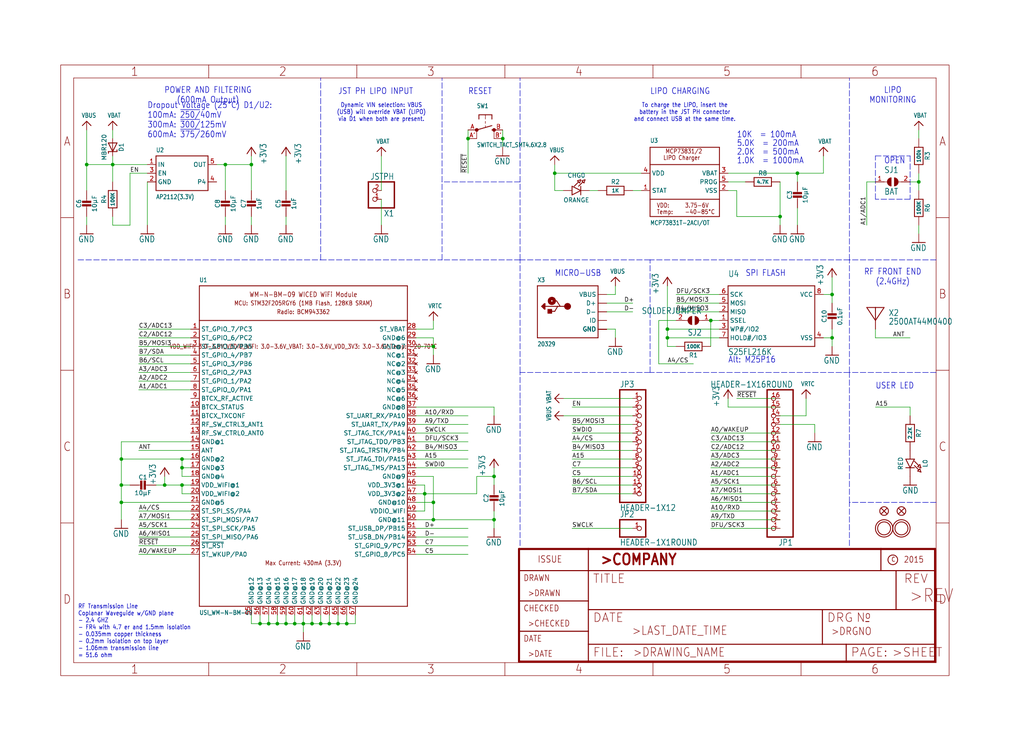
<source format=kicad_sch>
(kicad_sch (version 20211123) (generator eeschema)
  (paper "User" 300.076 217.881)
  (junction (at 195.58 96.52))
  (junction (at 73.66 48.26))
  (junction (at 83.82 182.88))
  (junction (at 147.32 40.64))
  (junction (at 48.26 142.24))
  (junction (at 91.44 182.88))
  (junction (at 86.36 182.88))
  (junction (at 233.68 50.8))
  (junction (at 25.4 48.26))
  (junction (at 101.6 182.88))
  (junction (at 35.56 134.62))
  (junction (at 93.98 182.88))
  (junction (at 88.9 182.88))
  (junction (at 66.04 48.26))
  (junction (at 35.56 147.32))
  (junction (at 243.84 86.36))
  (junction (at 78.74 182.88))
  (junction (at 144.78 139.7))
  (junction (at 53.34 142.24))
  (junction (at 269.24 53.34))
  (junction (at 53.34 134.62))
  (junction (at 96.52 182.88))
  (junction (at 127 152.4))
  (junction (at 124.46 144.78))
  (junction (at 137.16 40.64))
  (junction (at 35.56 142.24))
  (junction (at 243.84 99.06))
  (junction (at 195.58 99.06))
  (junction (at 162.56 50.8))
  (junction (at 127 101.6))
  (junction (at 208.28 93.98))
  (junction (at 228.6 63.5))
  (junction (at 144.78 152.4))
  (junction (at 33.02 48.26))
  (junction (at 76.2 182.88))
  (junction (at 53.34 137.16))
  (junction (at 81.28 182.88))
  (junction (at 127 147.32))
  (junction (at 99.06 182.88))
  (wire (pts (xy 127 139.7) (xy 127 147.32)))
  (wire (pts (xy 185.42 55.88) (xy 187.96 55.88)))
  (wire (pts (xy 55.88 104.14) (xy 40.64 104.14)))
  (wire (pts (xy 76.2 182.88) (xy 78.74 182.88)))
  (wire (pts (xy 238.76 124.46) (xy 238.76 127)))
  (wire (pts (xy 121.92 99.06) (xy 127 99.06)))
  (wire (pts (xy 162.56 48.26) (xy 162.56 50.8)))
  (wire (pts (xy 93.98 180.34) (xy 93.98 182.88)))
  (wire (pts (xy 91.44 182.88) (xy 93.98 182.88)))
  (wire (pts (xy 53.34 134.62) (xy 35.56 134.62)))
  (wire (pts (xy 121.92 124.46) (xy 137.16 124.46)))
  (wire (pts (xy 66.04 63.5) (xy 66.04 66.04)))
  (wire (pts (xy 208.28 149.86) (xy 228.6 149.86)))
  (wire (pts (xy 99.06 182.88) (xy 101.6 182.88)))
  (wire (pts (xy 73.66 63.5) (xy 73.66 66.04)))
  (wire (pts (xy 55.88 147.32) (xy 35.56 147.32)))
  (wire (pts (xy 104.14 182.88) (xy 104.14 180.34)))
  (polyline (pts (xy 190.5 109.22) (xy 190.5 76.2)))
  (wire (pts (xy 124.46 144.78) (xy 124.46 142.24)))
  (wire (pts (xy 185.42 129.54) (xy 167.64 129.54)))
  (polyline (pts (xy 93.98 76.2) (xy 129.54 76.2)))
  (wire (pts (xy 228.6 147.32) (xy 208.28 147.32)))
  (wire (pts (xy 121.92 129.54) (xy 137.16 129.54)))
  (wire (pts (xy 243.84 99.06) (xy 243.84 101.6)))
  (wire (pts (xy 55.88 134.62) (xy 53.34 134.62)))
  (wire (pts (xy 213.36 55.88) (xy 215.9 55.88)))
  (wire (pts (xy 25.4 55.88) (xy 25.4 48.26)))
  (polyline (pts (xy 129.54 76.2) (xy 129.54 53.34)))
  (wire (pts (xy 83.82 180.34) (xy 83.82 182.88)))
  (wire (pts (xy 35.56 129.54) (xy 35.56 134.62)))
  (wire (pts (xy 177.8 86.36) (xy 180.34 86.36)))
  (wire (pts (xy 233.68 60.96) (xy 233.68 66.04)))
  (wire (pts (xy 185.42 119.38) (xy 167.64 119.38)))
  (wire (pts (xy 256.54 99.06) (xy 266.7 99.06)))
  (wire (pts (xy 33.02 53.34) (xy 33.02 48.26)))
  (wire (pts (xy 111.76 66.04) (xy 111.76 58.42)))
  (wire (pts (xy 78.74 180.34) (xy 78.74 182.88)))
  (wire (pts (xy 241.3 86.36) (xy 243.84 86.36)))
  (wire (pts (xy 147.32 43.18) (xy 147.32 40.64)))
  (wire (pts (xy 167.64 127) (xy 185.42 127)))
  (wire (pts (xy 198.12 91.44) (xy 210.82 91.44)))
  (wire (pts (xy 121.92 162.56) (xy 137.16 162.56)))
  (wire (pts (xy 35.56 142.24) (xy 35.56 147.32)))
  (wire (pts (xy 88.9 182.88) (xy 88.9 185.42)))
  (polyline (pts (xy 248.92 76.2) (xy 248.92 22.86)))
  (wire (pts (xy 127 152.4) (xy 144.78 152.4)))
  (wire (pts (xy 38.1 66.04) (xy 33.02 66.04)))
  (wire (pts (xy 121.92 134.62) (xy 137.16 134.62)))
  (wire (pts (xy 185.42 142.24) (xy 167.64 142.24)))
  (wire (pts (xy 43.18 53.34) (xy 43.18 66.04)))
  (wire (pts (xy 228.6 132.08) (xy 208.28 132.08)))
  (wire (pts (xy 241.3 99.06) (xy 243.84 99.06)))
  (wire (pts (xy 144.78 139.7) (xy 144.78 137.16)))
  (polyline (pts (xy 274.32 109.22) (xy 248.92 109.22)))
  (wire (pts (xy 203.2 106.68) (xy 193.04 106.68)))
  (wire (pts (xy 167.64 139.7) (xy 185.42 139.7)))
  (wire (pts (xy 73.66 180.34) (xy 73.66 182.88)))
  (polyline (pts (xy 248.92 109.22) (xy 248.92 76.2)))
  (wire (pts (xy 101.6 180.34) (xy 101.6 182.88)))
  (wire (pts (xy 55.88 101.6) (xy 40.64 101.6)))
  (wire (pts (xy 121.92 152.4) (xy 127 152.4)))
  (polyline (pts (xy 152.4 76.2) (xy 152.4 53.34)))
  (polyline (pts (xy 274.32 147.32) (xy 248.92 147.32)))
  (wire (pts (xy 127 99.06) (xy 127 101.6)))
  (wire (pts (xy 121.92 132.08) (xy 137.16 132.08)))
  (wire (pts (xy 121.92 157.48) (xy 137.16 157.48)))
  (wire (pts (xy 198.12 86.36) (xy 210.82 86.36)))
  (wire (pts (xy 236.22 121.92) (xy 236.22 116.84)))
  (polyline (pts (xy 256.54 58.42) (xy 256.54 45.72)))
  (polyline (pts (xy 190.5 109.22) (xy 152.4 109.22)))
  (wire (pts (xy 33.02 45.72) (xy 33.02 48.26)))
  (wire (pts (xy 269.24 53.34) (xy 269.24 55.88)))
  (wire (pts (xy 144.78 119.38) (xy 144.78 121.92)))
  (wire (pts (xy 167.64 132.08) (xy 185.42 132.08)))
  (wire (pts (xy 228.6 116.84) (xy 215.9 116.84)))
  (wire (pts (xy 185.42 124.46) (xy 167.64 124.46)))
  (wire (pts (xy 127 147.32) (xy 127 152.4)))
  (wire (pts (xy 139.7 139.7) (xy 144.78 139.7)))
  (wire (pts (xy 269.24 50.8) (xy 269.24 53.34)))
  (polyline (pts (xy 152.4 76.2) (xy 129.54 76.2)))
  (wire (pts (xy 86.36 180.34) (xy 86.36 182.88)))
  (polyline (pts (xy 266.7 58.42) (xy 256.54 58.42)))
  (wire (pts (xy 121.92 144.78) (xy 124.46 144.78)))
  (wire (pts (xy 73.66 48.26) (xy 73.66 45.72)))
  (wire (pts (xy 121.92 154.94) (xy 137.16 154.94)))
  (wire (pts (xy 269.24 38.1) (xy 269.24 40.64)))
  (wire (pts (xy 55.88 96.52) (xy 40.64 96.52)))
  (wire (pts (xy 243.84 96.52) (xy 243.84 99.06)))
  (wire (pts (xy 228.6 144.78) (xy 208.28 144.78)))
  (wire (pts (xy 66.04 48.26) (xy 73.66 48.26)))
  (wire (pts (xy 208.28 152.4) (xy 228.6 152.4)))
  (wire (pts (xy 38.1 142.24) (xy 35.56 142.24)))
  (wire (pts (xy 76.2 180.34) (xy 76.2 182.88)))
  (wire (pts (xy 198.12 93.98) (xy 193.04 93.98)))
  (wire (pts (xy 193.04 93.98) (xy 193.04 106.68)))
  (wire (pts (xy 121.92 137.16) (xy 137.16 137.16)))
  (wire (pts (xy 48.26 142.24) (xy 45.72 142.24)))
  (wire (pts (xy 111.76 45.72) (xy 111.76 55.88)))
  (wire (pts (xy 55.88 111.76) (xy 40.64 111.76)))
  (wire (pts (xy 55.88 149.86) (xy 40.64 149.86)))
  (polyline (pts (xy 22.86 76.2) (xy 93.98 76.2)))
  (polyline (pts (xy 152.4 53.34) (xy 129.54 53.34)))
  (wire (pts (xy 121.92 96.52) (xy 127 96.52)))
  (polyline (pts (xy 248.92 147.32) (xy 248.92 109.22)))
  (polyline (pts (xy 248.92 76.2) (xy 190.5 76.2)))
  (polyline (pts (xy 152.4 160.02) (xy 152.4 116.84)))
  (wire (pts (xy 162.56 50.8) (xy 187.96 50.8)))
  (wire (pts (xy 93.98 182.88) (xy 96.52 182.88)))
  (wire (pts (xy 195.58 101.6) (xy 195.58 99.06)))
  (wire (pts (xy 121.92 121.92) (xy 137.16 121.92)))
  (wire (pts (xy 144.78 152.4) (xy 144.78 149.86)))
  (wire (pts (xy 53.34 139.7) (xy 53.34 137.16)))
  (wire (pts (xy 66.04 55.88) (xy 66.04 48.26)))
  (wire (pts (xy 55.88 162.56) (xy 40.64 162.56)))
  (wire (pts (xy 55.88 114.3) (xy 40.64 114.3)))
  (wire (pts (xy 233.68 50.8) (xy 213.36 50.8)))
  (wire (pts (xy 233.68 53.34) (xy 233.68 50.8)))
  (wire (pts (xy 96.52 182.88) (xy 99.06 182.88)))
  (wire (pts (xy 228.6 134.62) (xy 208.28 134.62)))
  (wire (pts (xy 25.4 63.5) (xy 25.4 66.04)))
  (wire (pts (xy 213.36 53.34) (xy 218.44 53.34)))
  (polyline (pts (xy 256.54 45.72) (xy 266.7 45.72)))
  (wire (pts (xy 210.82 99.06) (xy 195.58 99.06)))
  (wire (pts (xy 198.12 101.6) (xy 195.58 101.6)))
  (wire (pts (xy 137.16 50.8) (xy 137.16 40.64)))
  (polyline (pts (xy 248.92 160.02) (xy 248.92 147.32)))
  (wire (pts (xy 38.1 50.8) (xy 38.1 66.04)))
  (wire (pts (xy 162.56 55.88) (xy 162.56 50.8)))
  (wire (pts (xy 53.34 142.24) (xy 48.26 142.24)))
  (wire (pts (xy 167.64 137.16) (xy 185.42 137.16)))
  (wire (pts (xy 121.92 119.38) (xy 144.78 119.38)))
  (wire (pts (xy 185.42 144.78) (xy 167.64 144.78)))
  (wire (pts (xy 55.88 132.08) (xy 40.64 132.08)))
  (wire (pts (xy 86.36 182.88) (xy 88.9 182.88)))
  (wire (pts (xy 254 53.34) (xy 254 66.04)))
  (wire (pts (xy 53.34 144.78) (xy 53.34 142.24)))
  (wire (pts (xy 33.02 40.64) (xy 33.02 38.1)))
  (wire (pts (xy 269.24 68.58) (xy 269.24 66.04)))
  (polyline (pts (xy 248.92 109.22) (xy 190.5 109.22)))
  (wire (pts (xy 96.52 180.34) (xy 96.52 182.88)))
  (wire (pts (xy 208.28 93.98) (xy 208.28 101.6)))
  (wire (pts (xy 228.6 63.5) (xy 228.6 66.04)))
  (wire (pts (xy 139.7 144.78) (xy 139.7 139.7)))
  (wire (pts (xy 33.02 66.04) (xy 33.02 63.5)))
  (wire (pts (xy 25.4 38.1) (xy 25.4 48.26)))
  (wire (pts (xy 101.6 182.88) (xy 104.14 182.88)))
  (wire (pts (xy 25.4 48.26) (xy 33.02 48.26)))
  (wire (pts (xy 81.28 182.88) (xy 83.82 182.88)))
  (wire (pts (xy 53.34 137.16) (xy 53.34 134.62)))
  (wire (pts (xy 121.92 149.86) (xy 124.46 149.86)))
  (wire (pts (xy 88.9 182.88) (xy 91.44 182.88)))
  (wire (pts (xy 48.26 139.7) (xy 48.26 142.24)))
  (wire (pts (xy 55.88 160.02) (xy 40.64 160.02)))
  (wire (pts (xy 55.88 144.78) (xy 53.34 144.78)))
  (polyline (pts (xy 190.5 76.2) (xy 152.4 76.2)))
  (polyline (pts (xy 129.54 53.34) (xy 129.54 22.86)))
  (wire (pts (xy 165.1 116.84) (xy 185.42 116.84)))
  (wire (pts (xy 55.88 142.24) (xy 53.34 142.24)))
  (wire (pts (xy 228.6 139.7) (xy 208.28 139.7)))
  (wire (pts (xy 91.44 180.34) (xy 91.44 182.88)))
  (wire (pts (xy 210.82 96.52) (xy 195.58 96.52)))
  (wire (pts (xy 172.72 55.88) (xy 175.26 55.88)))
  (wire (pts (xy 63.5 48.26) (xy 66.04 48.26)))
  (wire (pts (xy 99.06 180.34) (xy 99.06 182.88)))
  (wire (pts (xy 124.46 144.78) (xy 139.7 144.78)))
  (wire (pts (xy 185.42 91.44) (xy 177.8 91.44)))
  (wire (pts (xy 185.42 121.92) (xy 165.1 121.92)))
  (wire (pts (xy 78.74 182.88) (xy 81.28 182.88)))
  (wire (pts (xy 213.36 119.38) (xy 228.6 119.38)))
  (wire (pts (xy 241.3 45.72) (xy 241.3 50.8)))
  (wire (pts (xy 144.78 152.4) (xy 144.78 154.94)))
  (polyline (pts (xy 274.32 76.2) (xy 248.92 76.2)))
  (wire (pts (xy 195.58 99.06) (xy 195.58 96.52)))
  (wire (pts (xy 215.9 63.5) (xy 228.6 63.5)))
  (wire (pts (xy 55.88 109.22) (xy 40.64 109.22)))
  (wire (pts (xy 121.92 101.6) (xy 127 101.6)))
  (wire (pts (xy 55.88 152.4) (xy 40.64 152.4)))
  (wire (pts (xy 165.1 55.88) (xy 162.56 55.88)))
  (wire (pts (xy 213.36 116.84) (xy 213.36 119.38)))
  (polyline (pts (xy 152.4 109.22) (xy 152.4 76.2)))
  (wire (pts (xy 121.92 160.02) (xy 137.16 160.02)))
  (polyline (pts (xy 266.7 45.72) (xy 266.7 58.42)))
  (wire (pts (xy 256.54 119.38) (xy 266.7 119.38)))
  (wire (pts (xy 124.46 149.86) (xy 124.46 144.78)))
  (wire (pts (xy 83.82 63.5) (xy 83.82 66.04)))
  (wire (pts (xy 215.9 55.88) (xy 215.9 63.5)))
  (polyline (pts (xy 152.4 53.34) (xy 152.4 22.86)))
  (wire (pts (xy 55.88 154.94) (xy 40.64 154.94)))
  (wire (pts (xy 177.8 88.9) (xy 185.42 88.9)))
  (wire (pts (xy 83.82 45.72) (xy 83.82 55.88)))
  (wire (pts (xy 228.6 121.92) (xy 236.22 121.92)))
  (wire (pts (xy 88.9 180.34) (xy 88.9 182.88)))
  (wire (pts (xy 266.7 121.92) (xy 266.7 119.38)))
  (wire (pts (xy 73.66 182.88) (xy 76.2 182.88)))
  (wire (pts (xy 127 96.52) (xy 127 93.98)))
  (wire (pts (xy 195.58 96.52) (xy 195.58 83.82)))
  (wire (pts (xy 83.82 182.88) (xy 86.36 182.88)))
  (wire (pts (xy 228.6 124.46) (xy 238.76 124.46)))
  (wire (pts (xy 35.56 134.62) (xy 35.56 142.24)))
  (wire (pts (xy 137.16 40.64) (xy 137.16 38.1)))
  (wire (pts (xy 144.78 142.24) (xy 144.78 139.7)))
  (wire (pts (xy 121.92 147.32) (xy 127 147.32)))
  (wire (pts (xy 167.64 134.62) (xy 185.42 134.62)))
  (wire (pts (xy 147.32 38.1) (xy 147.32 40.64)))
  (wire (pts (xy 81.28 180.34) (xy 81.28 182.88)))
  (wire (pts (xy 243.84 86.36) (xy 243.84 88.9)))
  (wire (pts (xy 127 101.6) (xy 127 104.14)))
  (wire (pts (xy 55.88 139.7) (xy 53.34 139.7)))
  (wire (pts (xy 55.88 99.06) (xy 40.64 99.06)))
  (wire (pts (xy 121.92 142.24) (xy 124.46 142.24)))
  (wire (pts (xy 233.68 50.8) (xy 241.3 50.8)))
  (wire (pts (xy 266.7 53.34) (xy 269.24 53.34)))
  (wire (pts (xy 243.84 86.36) (xy 243.84 81.28)))
  (wire (pts (xy 228.6 127) (xy 208.28 127)))
  (polyline (pts (xy 152.4 116.84) (xy 152.4 109.22)))
  (wire (pts (xy 228.6 53.34) (xy 228.6 63.5)))
  (wire (pts (xy 43.18 50.8) (xy 38.1 50.8)))
  (wire (pts (xy 55.88 137.16) (xy 53.34 137.16)))
  (wire (pts (xy 55.88 106.68) (xy 40.64 106.68)))
  (wire (pts (xy 180.34 96.52) (xy 180.34 99.06)))
  (wire (pts (xy 256.54 53.34) (xy 254 53.34)))
  (wire (pts (xy 256.54 99.06) (xy 256.54 96.52)))
  (wire (pts (xy 180.34 86.36) (xy 180.34 83.82)))
  (wire (pts (xy 121.92 139.7) (xy 127 139.7)))
  (wire (pts (xy 167.64 154.94) (xy 185.42 154.94)))
  (wire (pts (xy 228.6 137.16) (xy 208.28 137.16)))
  (wire (pts (xy 55.88 157.48) (xy 40.64 157.48)))
  (wire (pts (xy 210.82 93.98) (xy 208.28 93.98)))
  (wire (pts (xy 35.56 147.32) (xy 35.56 152.4)))
  (wire (pts (xy 73.66 48.26) (xy 73.66 55.88)))
  (wire (pts (xy 55.88 129.54) (xy 35.56 129.54)))
  (wire (pts (xy 208.28 154.94) (xy 228.6 154.94)))
  (wire (pts (xy 210.82 88.9) (xy 198.12 88.9)))
  (wire (pts (xy 177.8 96.52) (xy 180.34 96.52)))
  (wire (pts (xy 228.6 129.54) (xy 208.28 129.54)))
  (wire (pts (xy 228.6 142.24) (xy 208.28 142.24)))
  (wire (pts (xy 121.92 127) (xy 137.16 127)))
  (polyline (pts (xy 93.98 76.2) (xy 93.98 22.86)))
  (wire (pts (xy 43.18 48.26) (xy 33.02 48.26)))
  (text "Alt: M25P16" (at 213.36 106.68 180) (effects (font (size 1.778 1.5113)) (justify left bottom)))
  (text "RESET" (at 137.16 27.94 180) (effects (font (size 1.778 1.5113)) (justify left bottom)))
  (text "JST PH LIPO INPUT" (at 99.06 27.94 180) (effects (font (size 1.778 1.5113)) (justify left bottom)))
  (text "Dynamic VIN selection: VBUS\n(USB) will override VBAT (LIPO)\nvia D1 when both are present." (at 111.76 33.02 180) (effects (font (size 1.27 1.0795))))
  (text "RF FRONT END\n(2.4GHz)" (at 261.62 81.28 180) (effects (font (size 1.778 1.5113))))
  (text "5.0K  = 200mA" (at 215.9 43.18 180) (effects (font (size 1.778 1.5113)) (justify left bottom)))
  (text "2.0K  = 500mA" (at 215.9 45.72 180) (effects (font (size 1.778 1.5113)) (justify left bottom)))
  (text "1.0K  = 1000mA" (at 215.9 48.26 180) (effects (font (size 1.778 1.5113)) (justify left bottom)))
  (text "MICRO-USB" (at 162.56 81.28 180) (effects (font (size 1.778 1.5113)) (justify left bottom)))
  (text "USER LED" (at 256.54 114.3 180) (effects (font (size 1.778 1.5113)) (justify left bottom)))
  (text "SPI FLASH" (at 218.44 81.28 180) (effects (font (size 1.778 1.5113)) (justify left bottom)))
  (text "LIPO\nMONITORING" (at 261.62 30.48 180) (effects (font (size 1.778 1.5113)) (justify bottom)))
  (text "OPEN" (at 259.08 48.26 180) (effects (font (size 1.778 1.5113)) (justify left bottom)))
  (text "LIPO CHARGING" (at 190.5 27.94 180) (effects (font (size 1.778 1.5113)) (justify left bottom)))
  (text "10K  = 100mA" (at 215.9 40.64 180) (effects (font (size 1.778 1.5113)) (justify left bottom)))
  (text "RF Transmission Line\nCoplanar Waveguide w/GND plane\n- 2.4 GHZ\n- FR4 with 4.7 er and 1.5mm isolation\n- 0.035mm copper thickness\n- 0.2mm isolation on top layer\n- 1.06mm transmission line\n= 51.6 ohm" (at 22.86 193.04 180) (effects (font (size 1.27 1.0795)) (justify left bottom)))
  (text "POWER AND FILTERING\n(600mA Output)" (at 60.96 30.48 180) (effects (font (size 1.778 1.5113)) (justify bottom)))
  (text "To charge the LIPO, insert the\nbattery in the JST PH connector\nand connect USB at the same time." (at 200.66 33.02 180) (effects (font (size 1.27 1.0795))))
  (text "Dropout Voltage (25°C) D1/U2:\n100mA: ~{250/}40mV\n300mA: ~{300/}125mV\n600mA: ~{375/}260mV" (at 43.18 40.64 180) (effects (font (size 1.778 1.5113)) (justify left bottom)))
  (label "B5/MOSI3" (at 167.64 124.46 0) (effects (font (size 1.2446 1.2446))))
  (label "EN" (at 167.64 119.38 0) (effects (font (size 1.2446 1.2446))))
  (label "C3/ADC13" (at 40.64 96.52 0) (effects (font (size 1.2446 1.2446))))
  (label "DFU/SCK3" (at 198.12 86.36 0) (effects (font (size 1.2446 1.2446))))
  (label "D+" (at 182.88 88.9 0) (effects (font (size 1.2446 1.2446))))
  (label "A6/MISO1" (at 40.64 157.48 0) (effects (font (size 1.2446 1.2446))))
  (label "D-" (at 124.46 157.48 0) (effects (font (size 1.2446 1.2446))))
  (label "A9/TXD" (at 124.46 124.46 0) (effects (font (size 1.2446 1.2446))))
  (label "A5/SCK1" (at 40.64 154.94 0) (effects (font (size 1.2446 1.2446))))
  (label "ANT" (at 40.64 132.08 0) (effects (font (size 1.2446 1.2446))))
  (label "A0/WAKEUP" (at 208.28 127 0) (effects (font (size 1.2446 1.2446))))
  (label "A3/ADC3" (at 40.64 109.22 0) (effects (font (size 1.2446 1.2446))))
  (label "~{RESET}" (at 40.64 160.02 0) (effects (font (size 1.2446 1.2446))))
  (label "B7/SDA" (at 167.64 144.78 0) (effects (font (size 1.2446 1.2446))))
  (label "B4/MISO3" (at 124.46 132.08 0) (effects (font (size 1.2446 1.2446))))
  (label "~{RESET}" (at 137.16 50.8 90) (effects (font (size 1.2446 1.2446))))
  (label "A7/MOSI1" (at 208.28 144.78 0) (effects (font (size 1.2446 1.2446))))
  (label "C7" (at 124.46 160.02 0) (effects (font (size 1.2446 1.2446))))
  (label "B5/MOSI3" (at 40.64 101.6 0) (effects (font (size 1.2446 1.2446))))
  (label "EN" (at 38.1 50.8 0) (effects (font (size 1.2446 1.2446))))
  (label "B4/MISO3" (at 167.64 132.08 0) (effects (font (size 1.2446 1.2446))))
  (label "B7/SDA" (at 40.64 104.14 0) (effects (font (size 1.2446 1.2446))))
  (label "A10/RXD" (at 208.28 149.86 0) (effects (font (size 1.2446 1.2446))))
  (label "A15" (at 167.64 134.62 0) (effects (font (size 1.2446 1.2446))))
  (label "C2/ADC12" (at 40.64 99.06 0) (effects (font (size 1.2446 1.2446))))
  (label "A7/MOSI1" (at 40.64 152.4 0) (effects (font (size 1.2446 1.2446))))
  (label "B4/MISO3" (at 198.12 91.44 0) (effects (font (size 1.2446 1.2446))))
  (label "A2/ADC2" (at 40.64 111.76 0) (effects (font (size 1.2446 1.2446))))
  (label "~{RESET}" (at 215.9 116.84 0) (effects (font (size 1.2446 1.2446))))
  (label "C5" (at 124.46 162.56 0) (effects (font (size 1.2446 1.2446))))
  (label "SWDIO" (at 124.46 137.16 0) (effects (font (size 1.2446 1.2446))))
  (label "DFU/SCK3" (at 208.28 154.94 0) (effects (font (size 1.2446 1.2446))))
  (label "SWDIO" (at 167.64 127 0) (effects (font (size 1.2446 1.2446))))
  (label "A15" (at 124.46 134.62 0) (effects (font (size 1.2446 1.2446))))
  (label "A5/SCK1" (at 208.28 142.24 0) (effects (font (size 1.2446 1.2446))))
  (label "A6/MISO1" (at 208.28 147.32 0) (effects (font (size 1.2446 1.2446))))
  (label "A0/WAKEUP" (at 40.64 162.56 0) (effects (font (size 1.2446 1.2446))))
  (label "SWCLK" (at 124.46 127 0) (effects (font (size 1.2446 1.2446))))
  (label "C3/ADC13" (at 208.28 129.54 0) (effects (font (size 1.2446 1.2446))))
  (label "A1/ADC1" (at 254 66.04 90) (effects (font (size 1.2446 1.2446))))
  (label "B6/SCL" (at 167.64 142.24 0) (effects (font (size 1.2446 1.2446))))
  (label "A1/ADC1" (at 40.64 114.3 0) (effects (font (size 1.2446 1.2446))))
  (label "B5/MOSI3" (at 198.12 88.9 0) (effects (font (size 1.2446 1.2446))))
  (label "D-" (at 182.88 91.44 0) (effects (font (size 1.2446 1.2446))))
  (label "A15" (at 256.54 119.38 0) (effects (font (size 1.2446 1.2446))))
  (label "ANT" (at 261.62 99.06 0) (effects (font (size 1.2446 1.2446))))
  (label "A4/CS" (at 40.64 149.86 0) (effects (font (size 1.2446 1.2446))))
  (label "C2/ADC12" (at 208.28 132.08 0) (effects (font (size 1.2446 1.2446))))
  (label "C5" (at 167.64 139.7 0) (effects (font (size 1.2446 1.2446))))
  (label "DFU/SCK3" (at 124.46 129.54 0) (effects (font (size 1.2446 1.2446))))
  (label "A4/CS" (at 167.64 129.54 0) (effects (font (size 1.2446 1.2446))))
  (label "A9/TXD" (at 208.28 152.4 0) (effects (font (size 1.2446 1.2446))))
  (label "C7" (at 167.64 137.16 0) (effects (font (size 1.2446 1.2446))))
  (label "A4/CS" (at 195.58 106.68 0) (effects (font (size 1.2446 1.2446))))
  (label "A2/ADC2" (at 208.28 137.16 0) (effects (font (size 1.2446 1.2446))))
  (label "B6/SCL" (at 40.64 106.68 0) (effects (font (size 1.2446 1.2446))))
  (label "D+" (at 124.46 154.94 0) (effects (font (size 1.2446 1.2446))))
  (label "A10/RXD" (at 124.46 121.92 0) (effects (font (size 1.2446 1.2446))))
  (label "A1/ADC1" (at 208.28 139.7 0) (effects (font (size 1.2446 1.2446))))
  (label "SWCLK" (at 167.64 154.94 0) (effects (font (size 1.2446 1.2446))))
  (label "A3/ADC3" (at 208.28 134.62 0) (effects (font (size 1.2446 1.2446))))
  (symbol (lib_id "eagleSchem-eagle-import:FIDUCIAL{dblquote}{dblquote}") (at 259.08 149.86 0) (unit 1)
    (property "Reference" "U$35" (effects hide))
    (property "Value" "FIDUCIAL{dblquote}{dblquote}" (effects hide))
    (property "Footprint" "eagleSchem:FIDUCIAL_1MM" (effects hide))
  )
  (symbol (lib_id "eagleSchem-eagle-import:RESISTOR_0603_NOOUT") (at 180.34 55.88 0) (unit 1)
    (property "Reference" "R2" (at 180.34 53.34 0))
    (property "Value" "1K" (at 180.34 55.88 0) (effects (font (size 1.016 1.016) bold)))
    (property "Footprint" "eagleSchem:0603-NO" (effects hide))
  )
  (symbol (lib_id "eagleSchem-eagle-import:FRAME_A4") (at 152.4 195.58 0) (unit 2)
    (property "Reference" "#FRAME1" (effects hide))
    (property "Value" "FRAME_A4" (effects hide))
    (property "Footprint" "eagleSchem:" (effects hide))
  )
  (symbol (lib_id "eagleSchem-eagle-import:VBUS") (at 180.34 81.28 0) (unit 1)
    (property "Reference" "#U$1" (effects hide))
    (property "Value" "VBUS" (at 178.816 80.264 0) (effects (font (size 1.27 1.0795)) (justify left bottom)))
    (property "Footprint" "eagleSchem:" (effects hide))
  )
  (symbol (lib_id "eagleSchem-eagle-import:SOLDERJUMPER") (at 203.2 93.98 180) (unit 1)
    (property "Reference" "SJ2" (at 205.74 96.52 0) (effects (font (size 1.778 1.5113)) (justify left bottom)))
    (property "Value" "SOLDERJUMPER" (at 205.74 90.17 0) (effects (font (size 1.778 1.5113)) (justify left bottom)))
    (property "Footprint" "eagleSchem:SOLDERJUMPER_ARROW_NOPASTE" (effects hide))
  )
  (symbol (lib_id "eagleSchem-eagle-import:GND") (at 228.6 68.58 0) (unit 1)
    (property "Reference" "#U$36" (effects hide))
    (property "Value" "GND" (at 226.06 71.12 0) (effects (font (size 1.778 1.5113)) (justify left bottom)))
    (property "Footprint" "eagleSchem:" (effects hide))
  )
  (symbol (lib_id "eagleSchem-eagle-import:ANTENNA_JOHANSON_2500AT44M0400") (at 256.54 93.98 0) (unit 1)
    (property "Reference" "X2" (at 260.35 92.71 0) (effects (font (size 1.778 1.5113)) (justify left bottom)))
    (property "Value" "2500AT44M0400" (at 260.35 95.25 0) (effects (font (size 1.778 1.5113)) (justify left bottom)))
    (property "Footprint" "eagleSchem:ANT_2500AT44M0400" (effects hide))
  )
  (symbol (lib_id "eagleSchem-eagle-import:VREG_SOT23-5") (at 53.34 50.8 0) (unit 1)
    (property "Reference" "U2" (at 45.72 44.704 0) (effects (font (size 1.27 1.0795)) (justify left bottom)))
    (property "Value" "AP2112(3.3V)" (at 45.72 58.42 0) (effects (font (size 1.27 1.0795)) (justify left bottom)))
    (property "Footprint" "eagleSchem:SOT23-5" (effects hide))
  )
  (symbol (lib_id "eagleSchem-eagle-import:FRAME_A4") (at 17.78 198.12 0) (unit 1)
    (property "Reference" "#FRAME1" (effects hide))
    (property "Value" "FRAME_A4" (effects hide))
    (property "Footprint" "eagleSchem:" (effects hide))
  )
  (symbol (lib_id "eagleSchem-eagle-import:GND") (at 25.4 68.58 0) (unit 1)
    (property "Reference" "#U$27" (effects hide))
    (property "Value" "GND" (at 22.86 71.12 0) (effects (font (size 1.778 1.5113)) (justify left bottom)))
    (property "Footprint" "eagleSchem:" (effects hide))
  )
  (symbol (lib_id "eagleSchem-eagle-import:+3V3") (at 83.82 43.18 0) (mirror y) (unit 1)
    (property "Reference" "#+3V2" (effects hide))
    (property "Value" "+3V3" (at 86.36 48.26 90) (effects (font (size 1.778 1.5113)) (justify left bottom)))
    (property "Footprint" "eagleSchem:" (effects hide))
  )
  (symbol (lib_id "eagleSchem-eagle-import:HEADER-1X16ROUND") (at 226.06 137.16 180) (unit 1)
    (property "Reference" "JP1" (at 232.41 158.115 0) (effects (font (size 1.778 1.5113)) (justify left bottom)))
    (property "Value" "HEADER-1X16ROUND" (at 232.41 111.76 0) (effects (font (size 1.778 1.5113)) (justify left bottom)))
    (property "Footprint" "eagleSchem:1X16_ROUND" (effects hide))
  )
  (symbol (lib_id "eagleSchem-eagle-import:GND") (at 180.34 101.6 0) (unit 1)
    (property "Reference" "#GND1" (effects hide))
    (property "Value" "GND" (at 177.8 104.14 0) (effects (font (size 1.778 1.5113)) (justify left bottom)))
    (property "Footprint" "eagleSchem:" (effects hide))
  )
  (symbol (lib_id "eagleSchem-eagle-import:GND") (at 144.78 157.48 0) (unit 1)
    (property "Reference" "#GND8" (effects hide))
    (property "Value" "GND" (at 142.24 160.02 0) (effects (font (size 1.778 1.5113)) (justify left bottom)))
    (property "Footprint" "eagleSchem:" (effects hide))
  )
  (symbol (lib_id "eagleSchem-eagle-import:GND") (at 43.18 68.58 0) (unit 1)
    (property "Reference" "#U$30" (effects hide))
    (property "Value" "GND" (at 40.64 71.12 0) (effects (font (size 1.778 1.5113)) (justify left bottom)))
    (property "Footprint" "eagleSchem:" (effects hide))
  )
  (symbol (lib_id "eagleSchem-eagle-import:+3V3") (at 144.78 134.62 0) (unit 1)
    (property "Reference" "#+3V6" (effects hide))
    (property "Value" "+3V3" (at 142.24 139.7 90) (effects (font (size 1.778 1.5113)) (justify left bottom)))
    (property "Footprint" "eagleSchem:" (effects hide))
  )
  (symbol (lib_id "eagleSchem-eagle-import:RESISTOR_0603_NOOUT") (at 266.7 127 270) (unit 1)
    (property "Reference" "R7" (at 269.24 127 0))
    (property "Value" "2.2K" (at 266.7 127 0) (effects (font (size 1.016 1.016) bold)))
    (property "Footprint" "eagleSchem:0603-NO" (effects hide))
  )
  (symbol (lib_id "eagleSchem-eagle-import:GND") (at 243.84 104.14 0) (unit 1)
    (property "Reference" "#U$5" (effects hide))
    (property "Value" "GND" (at 241.3 106.68 0) (effects (font (size 1.778 1.5113)) (justify left bottom)))
    (property "Footprint" "eagleSchem:" (effects hide))
  )
  (symbol (lib_id "eagleSchem-eagle-import:GND") (at 88.9 187.96 0) (unit 1)
    (property "Reference" "#GND6" (effects hide))
    (property "Value" "GND" (at 86.36 190.5 0) (effects (font (size 1.778 1.5113)) (justify left bottom)))
    (property "Footprint" "eagleSchem:" (effects hide))
  )
  (symbol (lib_id "eagleSchem-eagle-import:+3V3") (at 73.66 43.18 0) (mirror y) (unit 1)
    (property "Reference" "#+3V4" (effects hide))
    (property "Value" "+3V3" (at 76.2 48.26 90) (effects (font (size 1.778 1.5113)) (justify left bottom)))
    (property "Footprint" "eagleSchem:" (effects hide))
  )
  (symbol (lib_id "eagleSchem-eagle-import:MOUNTINGHOLE2.5") (at 264.16 154.94 0) (unit 1)
    (property "Reference" "U$32" (effects hide))
    (property "Value" "MOUNTINGHOLE2.5" (effects hide))
    (property "Footprint" "eagleSchem:MOUNTINGHOLE_2.5_PLATED" (effects hide))
  )
  (symbol (lib_id "eagleSchem-eagle-import:SOLDERJUMPERREFLOW_NOPASTE") (at 261.62 53.34 0) (unit 1)
    (property "Reference" "SJ1" (at 259.08 50.8 0) (effects (font (size 1.778 1.5113)) (justify left bottom)))
    (property "Value" "BAT" (at 259.08 57.15 0) (effects (font (size 1.778 1.5113)) (justify left bottom)))
    (property "Footprint" "eagleSchem:SOLDERJUMPER_REFLOW_NOPASTE" (effects hide))
  )
  (symbol (lib_id "eagleSchem-eagle-import:CAP_CERAMIC0603_NO") (at 73.66 60.96 0) (unit 1)
    (property "Reference" "C7" (at 71.37 59.71 90))
    (property "Value" "1uF" (at 75.96 59.71 90))
    (property "Footprint" "eagleSchem:0603-NO" (effects hide))
  )
  (symbol (lib_id "eagleSchem-eagle-import:CAP_CERAMIC0805_10MGAP") (at 243.84 93.98 0) (unit 1)
    (property "Reference" "C10" (at 241.55 92.73 90))
    (property "Value" "0.1uF" (at 246.14 92.73 90))
    (property "Footprint" "eagleSchem:0805_10MGAP" (effects hide))
  )
  (symbol (lib_id "eagleSchem-eagle-import:VBUS") (at 25.4 35.56 0) (unit 1)
    (property "Reference" "#U$3" (effects hide))
    (property "Value" "VBUS" (at 23.876 34.544 0) (effects (font (size 1.27 1.0795)) (justify left bottom)))
    (property "Footprint" "eagleSchem:" (effects hide))
  )
  (symbol (lib_id "eagleSchem-eagle-import:VBAT") (at 162.56 116.84 90) (unit 1)
    (property "Reference" "#U$20" (effects hide))
    (property "Value" "VBAT" (at 161.544 118.364 0) (effects (font (size 1.27 1.0795)) (justify left bottom)))
    (property "Footprint" "eagleSchem:" (effects hide))
  )
  (symbol (lib_id "eagleSchem-eagle-import:SWITCH_TACT_SMT4.6X2.8") (at 142.24 38.1 0) (unit 1)
    (property "Reference" "SW1" (at 139.7 31.75 0) (effects (font (size 1.27 1.0795)) (justify left bottom)))
    (property "Value" "SWITCH_TACT_SMT4.6X2.8" (at 139.7 43.18 0) (effects (font (size 1.27 1.0795)) (justify left bottom)))
    (property "Footprint" "eagleSchem:BTN_KMR2_4.6X2.8" (effects hide))
  )
  (symbol (lib_id "eagleSchem-eagle-import:USB_MICRO_20329_V2") (at 167.64 91.44 0) (unit 1)
    (property "Reference" "X3" (at 157.48 82.804 0) (effects (font (size 1.27 1.0795)) (justify left bottom)))
    (property "Value" "20329" (at 157.48 101.6 0) (effects (font (size 1.27 1.0795)) (justify left bottom)))
    (property "Footprint" "eagleSchem:4UCONN_20329_V2" (effects hide))
  )
  (symbol (lib_id "eagleSchem-eagle-import:GND") (at 83.82 68.58 0) (unit 1)
    (property "Reference" "#U$11" (effects hide))
    (property "Value" "GND" (at 81.28 71.12 0) (effects (font (size 1.778 1.5113)) (justify left bottom)))
    (property "Footprint" "eagleSchem:" (effects hide))
  )
  (symbol (lib_id "eagleSchem-eagle-import:GND") (at 73.66 68.58 0) (unit 1)
    (property "Reference" "#U$28" (effects hide))
    (property "Value" "GND" (at 71.12 71.12 0) (effects (font (size 1.778 1.5113)) (justify left bottom)))
    (property "Footprint" "eagleSchem:" (effects hide))
  )
  (symbol (lib_id "eagleSchem-eagle-import:GND") (at 238.76 129.54 0) (unit 1)
    (property "Reference" "#GND4" (effects hide))
    (property "Value" "GND" (at 236.22 132.08 0) (effects (font (size 1.778 1.5113)) (justify left bottom)))
    (property "Footprint" "eagleSchem:" (effects hide))
  )
  (symbol (lib_id "eagleSchem-eagle-import:RESISTOR_0603_NOOUT") (at 269.24 60.96 270) (unit 1)
    (property "Reference" "R6" (at 271.78 60.96 0))
    (property "Value" "100K" (at 269.24 60.96 0) (effects (font (size 1.016 1.016) bold)))
    (property "Footprint" "eagleSchem:0603-NO" (effects hide))
  )
  (symbol (lib_id "eagleSchem-eagle-import:GND") (at 35.56 154.94 0) (unit 1)
    (property "Reference" "#GND3" (effects hide))
    (property "Value" "GND" (at 33.02 157.48 0) (effects (font (size 1.778 1.5113)) (justify left bottom)))
    (property "Footprint" "eagleSchem:" (effects hide))
  )
  (symbol (lib_id "eagleSchem-eagle-import:VBAT") (at 33.02 35.56 0) (unit 1)
    (property "Reference" "#U$21" (effects hide))
    (property "Value" "VBAT" (at 31.496 34.544 0) (effects (font (size 1.27 1.0795)) (justify left bottom)))
    (property "Footprint" "eagleSchem:" (effects hide))
  )
  (symbol (lib_id "eagleSchem-eagle-import:CAP_CERAMIC0805-NOOUTLINE") (at 25.4 60.96 0) (unit 1)
    (property "Reference" "C6" (at 23.11 59.71 90))
    (property "Value" "10µF" (at 27.7 59.71 90))
    (property "Footprint" "eagleSchem:0805-NO" (effects hide))
  )
  (symbol (lib_id "eagleSchem-eagle-import:RESISTOR_0603_NOOUT") (at 269.24 45.72 270) (unit 1)
    (property "Reference" "R3" (at 271.78 45.72 0))
    (property "Value" "100k" (at 269.24 45.72 0) (effects (font (size 1.016 1.016) bold)))
    (property "Footprint" "eagleSchem:0603-NO" (effects hide))
  )
  (symbol (lib_id "eagleSchem-eagle-import:RESISTOR_0603_NOOUT") (at 223.52 53.34 0) (unit 1)
    (property "Reference" "R8" (at 223.52 50.8 0))
    (property "Value" "4.7K" (at 223.52 53.34 0) (effects (font (size 1.016 1.016) bold)))
    (property "Footprint" "eagleSchem:0603-NO" (effects hide))
  )
  (symbol (lib_id "eagleSchem-eagle-import:MCP73831{slash}2") (at 200.66 53.34 0) (unit 1)
    (property "Reference" "U3" (at 190.5 41.91 0) (effects (font (size 1.27 1.0795)) (justify left bottom)))
    (property "Value" "MCP73831T-2ACI/OT" (at 190.5 66.04 0) (effects (font (size 1.27 1.0795)) (justify left bottom)))
    (property "Footprint" "eagleSchem:SOT23-5" (effects hide))
  )
  (symbol (lib_id "eagleSchem-eagle-import:CON_JST_PH_2PIN") (at 109.22 55.88 180) (unit 1)
    (property "Reference" "X1" (at 115.57 61.595 0) (effects (font (size 1.778 1.5113)) (justify left bottom)))
    (property "Value" "JSTPH" (at 115.57 50.8 0) (effects (font (size 1.778 1.5113)) (justify left bottom)))
    (property "Footprint" "eagleSchem:JSTPH2" (effects hide))
  )
  (symbol (lib_id "eagleSchem-eagle-import:CAP_CERAMIC0805-NOOUTLINE") (at 144.78 147.32 0) (unit 1)
    (property "Reference" "C2" (at 142.49 146.07 90))
    (property "Value" "10µF" (at 147.08 146.07 90))
    (property "Footprint" "eagleSchem:0805-NO" (effects hide))
  )
  (symbol (lib_id "eagleSchem-eagle-import:FIDUCIAL{dblquote}{dblquote}") (at 264.16 149.86 0) (unit 1)
    (property "Reference" "U$34" (effects hide))
    (property "Value" "FIDUCIAL{dblquote}{dblquote}" (effects hide))
    (property "Footprint" "eagleSchem:FIDUCIAL_1MM" (effects hide))
  )
  (symbol (lib_id "eagleSchem-eagle-import:+3V3") (at 213.36 114.3 0) (unit 1)
    (property "Reference" "#+3V1" (effects hide))
    (property "Value" "+3V3" (at 210.82 119.38 90) (effects (font (size 1.778 1.5113)) (justify left bottom)))
    (property "Footprint" "eagleSchem:" (effects hide))
  )
  (symbol (lib_id "eagleSchem-eagle-import:SPIFLASH_SOIC8") (at 226.06 93.98 0) (unit 1)
    (property "Reference" "U4" (at 213.36 81.28 0) (effects (font (size 1.778 1.5113)) (justify left bottom)))
    (property "Value" "S25FL216K" (at 213.36 104.14 0) (effects (font (size 1.778 1.5113)) (justify left bottom)))
    (property "Footprint" "eagleSchem:SOIC8_150MIL" (effects hide))
  )
  (symbol (lib_id "eagleSchem-eagle-import:VRTC") (at 236.22 114.3 0) (unit 1)
    (property "Reference" "#U$6" (effects hide))
    (property "Value" "VRTC" (at 234.696 113.284 0) (effects (font (size 1.27 1.0795)) (justify left bottom)))
    (property "Footprint" "eagleSchem:" (effects hide))
  )
  (symbol (lib_id "eagleSchem-eagle-import:USI_WM-N-BM-09") (at 88.9 129.54 0) (unit 1)
    (property "Reference" "U1" (at 58.42 82.804 0) (effects (font (size 1.27 1.0795)) (justify left bottom)))
    (property "Value" "USI_WM-N-BM-09" (at 58.42 180.34 0) (effects (font (size 1.27 1.0795)) (justify left bottom)))
    (property "Footprint" "eagleSchem:USI_WM-N-BM-09" (effects hide))
  )
  (symbol (lib_id "eagleSchem-eagle-import:+3V3") (at 243.84 78.74 0) (unit 1)
    (property "Reference" "#+3V5" (effects hide))
    (property "Value" "+3V3" (at 241.3 83.82 90) (effects (font (size 1.778 1.5113)) (justify left bottom)))
    (property "Footprint" "eagleSchem:" (effects hide))
  )
  (symbol (lib_id "eagleSchem-eagle-import:VRTC") (at 127 91.44 0) (unit 1)
    (property "Reference" "#U$4" (effects hide))
    (property "Value" "VRTC" (at 125.476 90.424 0) (effects (font (size 1.27 1.0795)) (justify left bottom)))
    (property "Footprint" "eagleSchem:" (effects hide))
  )
  (symbol (lib_id "eagleSchem-eagle-import:DIODE-SCHOTTKYSOD-123") (at 33.02 43.18 270) (unit 1)
    (property "Reference" "D1" (at 35.56 43.18 0))
    (property "Value" "MBR120" (at 30.52 43.18 0))
    (property "Footprint" "eagleSchem:SOD-123" (effects hide))
  )
  (symbol (lib_id "eagleSchem-eagle-import:GND") (at 233.68 68.58 0) (unit 1)
    (property "Reference" "#U$33" (effects hide))
    (property "Value" "GND" (at 231.14 71.12 0) (effects (font (size 1.778 1.5113)) (justify left bottom)))
    (property "Footprint" "eagleSchem:" (effects hide))
  )
  (symbol (lib_id "eagleSchem-eagle-import:LED0805_NOOUTLINE") (at 266.7 137.16 270) (unit 1)
    (property "Reference" "L0" (at 271.145 135.89 0))
    (property "Value" "RED" (at 263.906 135.89 0))
    (property "Footprint" "eagleSchem:CHIPLED_0805_NOOUTLINE" (effects hide))
  )
  (symbol (lib_id "eagleSchem-eagle-import:VBUS") (at 162.56 121.92 90) (unit 1)
    (property "Reference" "#U$19" (effects hide))
    (property "Value" "VBUS" (at 161.544 123.444 0) (effects (font (size 1.27 1.0795)) (justify left bottom)))
    (property "Footprint" "eagleSchem:" (effects hide))
  )
  (symbol (lib_id "eagleSchem-eagle-import:+3V3") (at 48.26 137.16 0) (unit 1)
    (property "Reference" "#+3V8" (effects hide))
    (property "Value" "+3V3" (at 45.72 142.24 90) (effects (font (size 1.778 1.5113)) (justify left bottom)))
    (property "Footprint" "eagleSchem:" (effects hide))
  )
  (symbol (lib_id "eagleSchem-eagle-import:RESISTOR_0603_NOOUT") (at 33.02 58.42 90) (unit 1)
    (property "Reference" "R4" (at 30.48 58.42 0))
    (property "Value" "100K" (at 33.02 58.42 0) (effects (font (size 1.016 1.016) bold)))
    (property "Footprint" "eagleSchem:0603-NO" (effects hide))
  )
  (symbol (lib_id "eagleSchem-eagle-import:CAP_CERAMIC0805-NOOUTLINE") (at 40.64 142.24 270) (unit 1)
    (property "Reference" "C1" (at 41.89 139.95 90))
    (property "Value" "10µF" (at 41.89 144.54 90))
    (property "Footprint" "eagleSchem:0805-NO" (effects hide))
  )
  (symbol (lib_id "eagleSchem-eagle-import:MOUNTINGHOLE2.5") (at 259.08 154.94 0) (unit 1)
    (property "Reference" "U$31" (effects hide))
    (property "Value" "MOUNTINGHOLE2.5" (effects hide))
    (property "Footprint" "eagleSchem:MOUNTINGHOLE_2.5_PLATED" (effects hide))
  )
  (symbol (lib_id "eagleSchem-eagle-import:GND") (at 127 106.68 0) (unit 1)
    (property "Reference" "#GND12" (effects hide))
    (property "Value" "GND" (at 124.46 109.22 0) (effects (font (size 1.778 1.5113)) (justify left bottom)))
    (property "Footprint" "eagleSchem:" (effects hide))
  )
  (symbol (lib_id "eagleSchem-eagle-import:VBAT") (at 241.3 43.18 0) (unit 1)
    (property "Reference" "#U$39" (effects hide))
    (property "Value" "VBAT" (at 239.776 42.164 0) (effects (font (size 1.27 1.0795)) (justify left bottom)))
    (property "Footprint" "eagleSchem:" (effects hide))
  )
  (symbol (lib_id "eagleSchem-eagle-import:GND") (at 269.24 71.12 0) (unit 1)
    (property "Reference" "#GND13" (effects hide))
    (property "Value" "GND" (at 266.7 73.66 0) (effects (font (size 1.778 1.5113)) (justify left bottom)))
    (property "Footprint" "eagleSchem:" (effects hide))
  )
  (symbol (lib_id "eagleSchem-eagle-import:GND") (at 144.78 124.46 0) (unit 1)
    (property "Reference" "#GND9" (effects hide))
    (property "Value" "GND" (at 142.24 127 0) (effects (font (size 1.778 1.5113)) (justify left bottom)))
    (property "Footprint" "eagleSchem:" (effects hide))
  )
  (symbol (lib_id "eagleSchem-eagle-import:VBUS") (at 162.56 45.72 0) (unit 1)
    (property "Reference" "#U$38" (effects hide))
    (property "Value" "VBUS" (at 161.036 44.704 0) (effects (font (size 1.27 1.0795)) (justify left bottom)))
    (property "Footprint" "eagleSchem:" (effects hide))
  )
  (symbol (lib_id "eagleSchem-eagle-import:HEADER-1X12") (at 187.96 132.08 0) (unit 1)
    (property "Reference" "JP3" (at 181.61 113.665 0) (effects (font (size 1.778 1.5113)) (justify left bottom)))
    (property "Value" "HEADER-1X12" (at 181.61 149.86 0) (effects (font (size 1.778 1.5113)) (justify left bottom)))
    (property "Footprint" "eagleSchem:1X12_ROUND" (effects hide))
  )
  (symbol (lib_id "eagleSchem-eagle-import:GND") (at 111.76 68.58 0) (unit 1)
    (property "Reference" "#U$22" (effects hide))
    (property "Value" "GND" (at 109.22 71.12 0) (effects (font (size 1.778 1.5113)) (justify left bottom)))
    (property "Footprint" "eagleSchem:" (effects hide))
  )
  (symbol (lib_id "eagleSchem-eagle-import:HEADER-1X1ROUND") (at 187.96 154.94 0) (unit 1)
    (property "Reference" "JP2" (at 181.61 151.765 0) (effects (font (size 1.778 1.5113)) (justify left bottom)))
    (property "Value" "HEADER-1X1ROUND" (at 181.61 160.02 0) (effects (font (size 1.778 1.5113)) (justify left bottom)))
    (property "Footprint" "eagleSchem:1X01_ROUND" (effects hide))
  )
  (symbol (lib_id "eagleSchem-eagle-import:RESISTOR_0603_NOOUT") (at 203.2 101.6 180) (unit 1)
    (property "Reference" "R1" (at 203.2 104.14 0))
    (property "Value" "100K" (at 203.2 101.6 0) (effects (font (size 1.016 1.016) bold)))
    (property "Footprint" "eagleSchem:0603-NO" (effects hide))
  )
  (symbol (lib_id "eagleSchem-eagle-import:CAP_CERAMIC0805-NOOUTLINE") (at 66.04 60.96 0) (unit 1)
    (property "Reference" "C8" (at 63.75 59.71 90))
    (property "Value" "10µF" (at 68.34 59.71 90))
    (property "Footprint" "eagleSchem:0805-NO" (effects hide))
  )
  (symbol (lib_id "eagleSchem-eagle-import:LED0805_NOOUTLINE") (at 170.18 55.88 0) (unit 1)
    (property "Reference" "CHG0" (at 168.91 51.435 0))
    (property "Value" "ORANGE" (at 168.91 58.674 0))
    (property "Footprint" "eagleSchem:CHIPLED_0805_NOOUTLINE" (effects hide))
  )
  (symbol (lib_id "eagleSchem-eagle-import:CAP_CERAMIC0805-NOOUTLINE") (at 233.68 58.42 0) (unit 1)
    (property "Reference" "C3" (at 231.39 57.17 90))
    (property "Value" "10µF" (at 235.98 57.17 90))
    (property "Footprint" "eagleSchem:0805-NO" (effects hide))
  )
  (symbol (lib_id "eagleSchem-eagle-import:VBAT") (at 111.76 43.18 0) (unit 1)
    (property "Reference" "#U$16" (effects hide))
    (property "Value" "VBAT" (at 110.236 42.164 0) (effects (font (size 1.27 1.0795)) (justify left bottom)))
    (property "Footprint" "eagleSchem:" (effects hide))
  )
  (symbol (lib_id "eagleSchem-eagle-import:+3V3") (at 195.58 81.28 0) (unit 1)
    (property "Reference" "#+3V3" (effects hide))
    (property "Value" "+3V3" (at 193.04 86.36 90) (effects (font (size 1.778 1.5113)) (justify left bottom)))
    (property "Footprint" "eagleSchem:" (effects hide))
  )
  (symbol (lib_id "eagleSchem-eagle-import:GND") (at 66.04 68.58 0) (unit 1)
    (property "Reference" "#U$29" (effects hide))
    (property "Value" "GND" (at 63.5 71.12 0) (effects (font (size 1.778 1.5113)) (justify left bottom)))
    (property "Footprint" "eagleSchem:" (effects hide))
  )
  (symbol (lib_id "eagleSchem-eagle-import:CAP_CERAMIC0603_NO") (at 83.82 60.96 0) (unit 1)
    (property "Reference" "C5" (at 81.53 59.71 90))
    (property "Value" "1uF" (at 86.12 59.71 90))
    (property "Footprint" "eagleSchem:0603-NO" (effects hide))
  )
  (symbol (lib_id "eagleSchem-eagle-import:GND") (at 266.7 142.24 0) (mirror y) (unit 1)
    (property "Reference" "#GND10" (effects hide))
    (property "Value" "GND" (at 269.24 144.78 0) (effects (font (size 1.778 1.5113)) (justify left bottom)))
    (property "Footprint" "eagleSchem:" (effects hide))
  )
  (symbol (lib_id "eagleSchem-eagle-import:VBAT") (at 269.24 35.56 0) (unit 1)
    (property "Reference" "#U$2" (effects hide))
    (property "Value" "VBAT" (at 267.716 34.544 0) (effects (font (size 1.27 1.0795)) (justify left bottom)))
    (property "Footprint" "eagleSchem:" (effects hide))
  )
  (symbol (lib_id "eagleSchem-eagle-import:GND") (at 147.32 45.72 0) (unit 1)
    (property "Reference" "#GND7" (effects hide))
    (property "Value" "GND" (at 144.78 48.26 0) (effects (font (size 1.778 1.5113)) (justify left bottom)))
    (property "Footprint" "eagleSchem:" (effects hide))
  )
)
</source>
